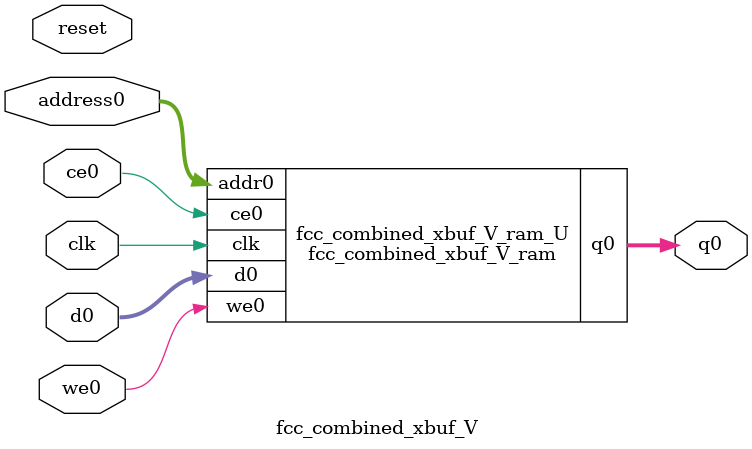
<source format=v>
`timescale 1 ns / 1 ps
module fcc_combined_xbuf_V_ram (addr0, ce0, d0, we0, q0,  clk);

parameter DWIDTH = 16;
parameter AWIDTH = 6;
parameter MEM_SIZE = 50;

input[AWIDTH-1:0] addr0;
input ce0;
input[DWIDTH-1:0] d0;
input we0;
output reg[DWIDTH-1:0] q0;
input clk;

reg [DWIDTH-1:0] ram[0:MEM_SIZE-1];




always @(posedge clk)  
begin 
    if (ce0) begin
        if (we0) 
            ram[addr0] <= d0; 
        q0 <= ram[addr0];
    end
end


endmodule

`timescale 1 ns / 1 ps
module fcc_combined_xbuf_V(
    reset,
    clk,
    address0,
    ce0,
    we0,
    d0,
    q0);

parameter DataWidth = 32'd16;
parameter AddressRange = 32'd50;
parameter AddressWidth = 32'd6;
input reset;
input clk;
input[AddressWidth - 1:0] address0;
input ce0;
input we0;
input[DataWidth - 1:0] d0;
output[DataWidth - 1:0] q0;



fcc_combined_xbuf_V_ram fcc_combined_xbuf_V_ram_U(
    .clk( clk ),
    .addr0( address0 ),
    .ce0( ce0 ),
    .we0( we0 ),
    .d0( d0 ),
    .q0( q0 ));

endmodule


</source>
